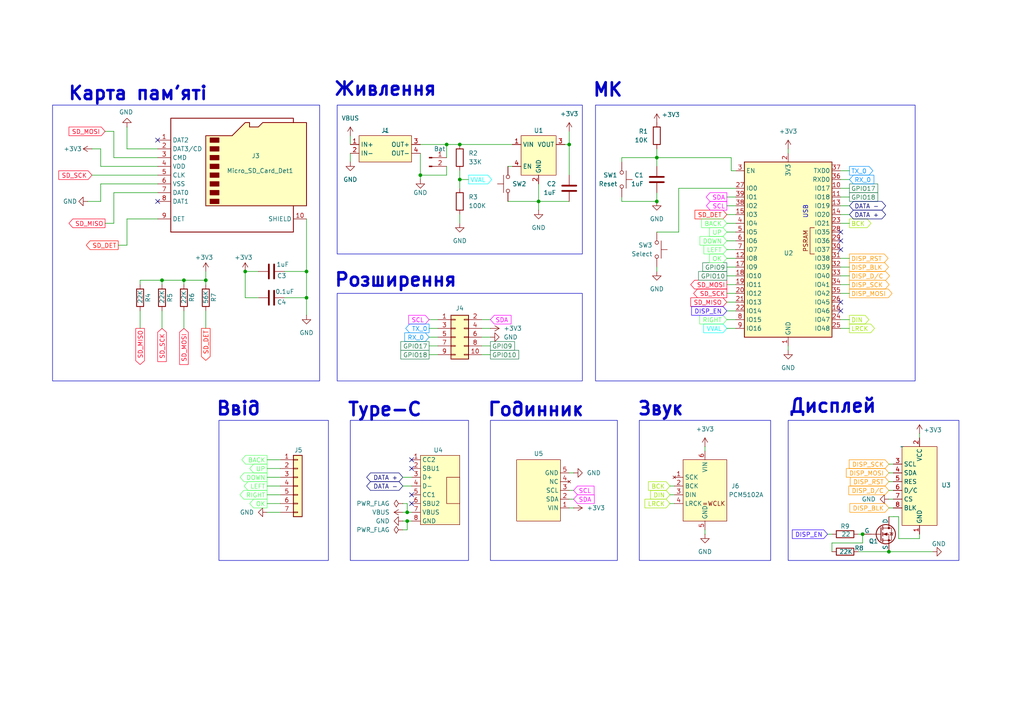
<source format=kicad_sch>
(kicad_sch (version 20231120) (generator "eeschema") (generator_version "8.0")
  (paper "A4")
  (lib_symbols
    (symbol "Connector:Conn_01x02_Pin" (pin_names (offset 1.016) hide)
      (property "Reference" "J" (at 0 2.54 0))
      (property "Value" "Conn_01x02_Pin" (at 0 -5.08 0))
      (symbol "Conn_01x02_Pin_1_1"
        (polyline (pts (xy 1.27 -2.54) (xy 0.8636 -2.54)) (stroke (width 0.1524)))
        (polyline (pts (xy 1.27 0) (xy 0.8636 0)) (stroke (width 0.1524)))
        (rectangle (start 0.8636 -2.413) (end 0 -2.667) (stroke (width 0.1524)) (fill (type outline)))
        (rectangle (start 0.8636 0.127) (end 0 -0.127) (stroke (width 0.1524)) (fill (type outline)))
        (pin passive line (at 5.08 0 180) (length 3.81) (name "Pin_1") (number "1"))
        (pin passive line (at 5.08 -2.54 180) (length 3.81) (name "Pin_2") (number "2"))
      )
    )
    (symbol "Connector:Micro_SD_Card_Det1"
      (property "Reference" "J" (at -16.51 17.78 0))
      (property "Value" "Micro_SD_Card_Det1" (at 16.51 17.78 0))
      (symbol "Micro_SD_Card_Det1_0_1"
        (rectangle (start -7.62 -6.985) (end -5.08 -8.255) (stroke (width 0.254)) (fill (type outline)))
        (rectangle (start -7.62 -4.445) (end -5.08 -5.715) (stroke (width 0.254)) (fill (type outline)))
        (rectangle (start -7.62 -1.905) (end -5.08 -3.175) (stroke (width 0.254)) (fill (type outline)))
        (rectangle (start -7.62 0.635) (end -5.08 -0.635) (stroke (width 0.254)) (fill (type outline)))
        (rectangle (start -7.62 3.175) (end -5.08 1.905) (stroke (width 0.254)) (fill (type outline)))
        (rectangle (start -7.62 5.715) (end -5.08 4.445) (stroke (width 0.254)) (fill (type outline)))
        (rectangle (start -7.62 8.255) (end -5.08 6.985) (stroke (width 0.254)) (fill (type outline)))
        (rectangle (start -7.62 10.795) (end -5.08 9.525) (stroke (width 0.254)) (fill (type outline)))
        (polyline (pts (xy 16.51 15.24) (xy 16.51 16.51) (xy -19.05 16.51) (xy -19.05 -16.51) (xy 16.51 -16.51) (xy 16.51 -8.89)) (stroke (width 0.254)))
        (polyline (pts (xy -8.89 -8.89) (xy -8.89 11.43) (xy -1.27 11.43) (xy 2.54 15.24) (xy 3.81 15.24) (xy 3.81 13.97) (xy 6.35 13.97) (xy 7.62 15.24) (xy 20.32 15.24) (xy 20.32 -8.89) (xy -8.89 -8.89)) (stroke (width 0.254)) (fill (type background)))
      )
      (symbol "Micro_SD_Card_Det1_1_1"
        (pin bidirectional line (at -22.86 10.16 0) (length 3.81) (name "DAT2") (number "1"))
        (pin passive line (at 20.32 -12.7 180) (length 3.81) (name "SHIELD") (number "10"))
        (pin bidirectional line (at -22.86 7.62 0) (length 3.81) (name "DAT3/CD") (number "2"))
        (pin input line (at -22.86 5.08 0) (length 3.81) (name "CMD") (number "3"))
        (pin power_in line (at -22.86 2.54 0) (length 3.81) (name "VDD") (number "4"))
        (pin input line (at -22.86 0 0) (length 3.81) (name "CLK") (number "5"))
        (pin power_in line (at -22.86 -2.54 0) (length 3.81) (name "VSS") (number "6"))
        (pin bidirectional line (at -22.86 -5.08 0) (length 3.81) (name "DAT0") (number "7"))
        (pin bidirectional line (at -22.86 -7.62 0) (length 3.81) (name "DAT1") (number "8"))
        (pin passive line (at -22.86 -12.7 0) (length 3.81) (name "DET") (number "9"))
      )
    )
    (symbol "Connector_Generic:Conn_01x07" (pin_names (offset 1.016) hide)
      (property "Reference" "J" (at 0 10.16 0))
      (property "Value" "Conn_01x07" (at 0 -10.16 0))
      (symbol "Conn_01x07_1_1"
        (rectangle (start -1.27 -7.493) (end 0 -7.747) (stroke (width 0.1524)))
        (rectangle (start -1.27 -4.953) (end 0 -5.207) (stroke (width 0.1524)))
        (rectangle (start -1.27 -2.413) (end 0 -2.667) (stroke (width 0.1524)))
        (rectangle (start -1.27 0.127) (end 0 -0.127) (stroke (width 0.1524)))
        (rectangle (start -1.27 2.667) (end 0 2.413) (stroke (width 0.1524)))
        (rectangle (start -1.27 5.207) (end 0 4.953) (stroke (width 0.1524)))
        (rectangle (start -1.27 7.747) (end 0 7.493) (stroke (width 0.1524)))
        (rectangle (start -1.27 8.89) (end 1.27 -8.89) (stroke (width 0.254)) (fill (type background)))
        (pin passive line (at -5.08 7.62 0) (length 3.81) (name "Pin_1") (number "1"))
        (pin passive line (at -5.08 5.08 0) (length 3.81) (name "Pin_2") (number "2"))
        (pin passive line (at -5.08 2.54 0) (length 3.81) (name "Pin_3") (number "3"))
        (pin passive line (at -5.08 0 0) (length 3.81) (name "Pin_4") (number "4"))
        (pin passive line (at -5.08 -2.54 0) (length 3.81) (name "Pin_5") (number "5"))
        (pin passive line (at -5.08 -5.08 0) (length 3.81) (name "Pin_6") (number "6"))
        (pin passive line (at -5.08 -7.62 0) (length 3.81) (name "Pin_7") (number "7"))
      )
    )
    (symbol "Connector_Generic:Conn_02x05_Odd_Even" (pin_names (offset 1.016) hide)
      (property "Reference" "J" (at 1.27 7.62 0))
      (property "Value" "Conn_02x05_Odd_Even" (at 1.27 -7.62 0))
      (symbol "Conn_02x05_Odd_Even_1_1"
        (rectangle (start -1.27 -4.953) (end 0 -5.207) (stroke (width 0.1524)))
        (rectangle (start -1.27 -2.413) (end 0 -2.667) (stroke (width 0.1524)))
        (rectangle (start -1.27 0.127) (end 0 -0.127) (stroke (width 0.1524)))
        (rectangle (start -1.27 2.667) (end 0 2.413) (stroke (width 0.1524)))
        (rectangle (start -1.27 5.207) (end 0 4.953) (stroke (width 0.1524)))
        (rectangle (start -1.27 6.35) (end 3.81 -6.35) (stroke (width 0.254)) (fill (type background)))
        (rectangle (start 3.81 -4.953) (end 2.54 -5.207) (stroke (width 0.1524)))
        (rectangle (start 3.81 -2.413) (end 2.54 -2.667) (stroke (width 0.1524)))
        (rectangle (start 3.81 0.127) (end 2.54 -0.127) (stroke (width 0.1524)))
        (rectangle (start 3.81 2.667) (end 2.54 2.413) (stroke (width 0.1524)))
        (rectangle (start 3.81 5.207) (end 2.54 4.953) (stroke (width 0.1524)))
        (pin passive line (at -5.08 5.08 0) (length 3.81) (name "Pin_1") (number "1"))
        (pin passive line (at 7.62 -5.08 180) (length 3.81) (name "Pin_10") (number "10"))
        (pin passive line (at 7.62 5.08 180) (length 3.81) (name "Pin_2") (number "2"))
        (pin passive line (at -5.08 2.54 0) (length 3.81) (name "Pin_3") (number "3"))
        (pin passive line (at 7.62 2.54 180) (length 3.81) (name "Pin_4") (number "4"))
        (pin passive line (at -5.08 0 0) (length 3.81) (name "Pin_5") (number "5"))
        (pin passive line (at 7.62 0 180) (length 3.81) (name "Pin_6") (number "6"))
        (pin passive line (at -5.08 -2.54 0) (length 3.81) (name "Pin_7") (number "7"))
        (pin passive line (at 7.62 -2.54 180) (length 3.81) (name "Pin_8") (number "8"))
        (pin passive line (at -5.08 -5.08 0) (length 3.81) (name "Pin_9") (number "9"))
      )
    )
    (symbol "Device:C" (pin_numbers hide) (pin_names (offset 0.254))
      (property "Reference" "C" (at 0.635 2.54 0))
      (property "Value" "C" (at 0.635 -2.54 0))
      (symbol "C_0_1"
        (polyline (pts (xy -2.032 -0.762) (xy 2.032 -0.762)) (stroke (width 0.508)))
        (polyline (pts (xy -2.032 0.762) (xy 2.032 0.762)) (stroke (width 0.508)))
      )
      (symbol "C_1_1"
        (pin passive line (at 0 3.81 270) (length 2.794) (name "~") (number "1"))
        (pin passive line (at 0 -3.81 90) (length 2.794) (name "~") (number "2"))
      )
    )
    (symbol "Device:R" (pin_numbers hide) (pin_names (offset 0))
      (property "Reference" "R" (at 2.032 0 90))
      (property "Value" "R" (at 0 0 90))
      (symbol "R_0_1"
        (rectangle (start -1.016 -2.54) (end 1.016 2.54) (stroke (width 0.254)))
      )
      (symbol "R_1_1"
        (pin passive line (at 0 3.81 270) (length 1.27) (name "~") (number "1"))
        (pin passive line (at 0 -3.81 90) (length 1.27) (name "~") (number "2"))
      )
    )
    (symbol "RF_Module:ESP32-S3-WROOM-1"
      (property "Reference" "U" (at -12.7 26.67 0))
      (property "Value" "ESP32-S3-WROOM-1" (at 12.7 26.67 0))
      (symbol "ESP32-S3-WROOM-1_0_0"
        (rectangle (start -12.7 25.4) (end 12.7 -25.4) (stroke (width 0.254)) (fill (type background)))
        (text "PSRAM" (at 5.08 2.54 900) (effects (font (size 1.27 1.27))))
      )
      (symbol "ESP32-S3-WROOM-1_0_1"
        (polyline (pts (xy 7.62 -1.27) (xy 6.35 -1.27) (xy 6.35 6.35) (xy 7.62 6.35)))
      )
      (symbol "ESP32-S3-WROOM-1_1_1"
        (pin power_in line (at 0 -27.94 90) (length 2.54) (name "GND") (number "1"))
        (pin bidirectional line (at 15.24 17.78 180) (length 2.54) (name "IO17") (number "10"))
        (pin bidirectional line (at 15.24 15.24 180) (length 2.54) (name "IO18") (number "11"))
        (pin bidirectional line (at -15.24 -2.54 0) (length 2.54) (name "IO8") (number "12"))
        (pin bidirectional line (at 15.24 12.7 180) (length 2.54) (name "IO19") (number "13"))
        (pin bidirectional line (at 15.24 10.16 180) (length 2.54) (name "IO20") (number "14"))
        (pin bidirectional line (at -15.24 10.16 0) (length 2.54) (name "IO3") (number "15"))
        (pin bidirectional line (at 15.24 -17.78 180) (length 2.54) (name "IO46") (number "16"))
        (pin bidirectional line (at -15.24 -5.08 0) (length 2.54) (name "IO9") (number "17"))
        (pin bidirectional line (at -15.24 -7.62 0) (length 2.54) (name "IO10") (number "18"))
        (pin bidirectional line (at -15.24 -10.16 0) (length 2.54) (name "IO11") (number "19"))
        (pin power_in line (at 0 27.94 270) (length 2.54) (name "3V3") (number "2"))
        (pin bidirectional line (at -15.24 -12.7 0) (length 2.54) (name "IO12") (number "20"))
        (pin bidirectional line (at -15.24 -15.24 0) (length 2.54) (name "IO13") (number "21"))
        (pin bidirectional line (at -15.24 -17.78 0) (length 2.54) (name "IO14") (number "22"))
        (pin bidirectional line (at 15.24 7.62 180) (length 2.54) (name "IO21") (number "23"))
        (pin bidirectional line (at 15.24 -20.32 180) (length 2.54) (name "IO47") (number "24"))
        (pin bidirectional line (at 15.24 -22.86 180) (length 2.54) (name "IO48") (number "25"))
        (pin bidirectional line (at 15.24 -15.24 180) (length 2.54) (name "IO45") (number "26"))
        (pin bidirectional line (at -15.24 17.78 0) (length 2.54) (name "IO0") (number "27"))
        (pin bidirectional line (at 15.24 5.08 180) (length 2.54) (name "IO35") (number "28"))
        (pin bidirectional line (at 15.24 2.54 180) (length 2.54) (name "IO36") (number "29"))
        (pin input line (at -15.24 22.86 0) (length 2.54) (name "EN") (number "3"))
        (pin bidirectional line (at 15.24 0 180) (length 2.54) (name "IO37") (number "30"))
        (pin bidirectional line (at 15.24 -2.54 180) (length 2.54) (name "IO38") (number "31"))
        (pin bidirectional line (at 15.24 -5.08 180) (length 2.54) (name "IO39") (number "32"))
        (pin bidirectional line (at 15.24 -7.62 180) (length 2.54) (name "IO40") (number "33"))
        (pin bidirectional line (at 15.24 -10.16 180) (length 2.54) (name "IO41") (number "34"))
        (pin bidirectional line (at 15.24 -12.7 180) (length 2.54) (name "IO42") (number "35"))
        (pin bidirectional line (at 15.24 20.32 180) (length 2.54) (name "RXD0") (number "36"))
        (pin bidirectional line (at 15.24 22.86 180) (length 2.54) (name "TXD0") (number "37"))
        (pin bidirectional line (at -15.24 12.7 0) (length 2.54) (name "IO2") (number "38"))
        (pin bidirectional line (at -15.24 15.24 0) (length 2.54) (name "IO1") (number "39"))
        (pin bidirectional line (at -15.24 7.62 0) (length 2.54) (name "IO4") (number "4"))
        (pin passive line (at 0 -27.94 90) (length 2.54) hide (name "GND") (number "40"))
        (pin passive line (at 0 -27.94 90) (length 2.54) hide (name "GND") (number "41"))
        (pin bidirectional line (at -15.24 5.08 0) (length 2.54) (name "IO5") (number "5"))
        (pin bidirectional line (at -15.24 2.54 0) (length 2.54) (name "IO6") (number "6"))
        (pin bidirectional line (at -15.24 0 0) (length 2.54) (name "IO7") (number "7"))
        (pin bidirectional line (at -15.24 -20.32 0) (length 2.54) (name "IO15") (number "8"))
        (pin bidirectional line (at -15.24 -22.86 0) (length 2.54) (name "IO16") (number "9"))
      )
    )
    (symbol "RTC_module:DS3231SN_module"
      (property "Reference" "U" (at 0 0 0))
      (property "Value" "DS3231SN_module" (at 0 0 0))
      (symbol "DS3231SN_module_1_1"
        (rectangle (start -8.89 6.35) (end 8.89 -6.35) (fill (type background)))
        (pin power_in line (at -5.08 -8.89 90) (length 2.54) (name "VIN") (number "1"))
        (pin output line (at -2.54 -8.89 90) (length 2.54) (name "SDA") (number "2"))
        (pin output line (at 0 -8.89 90) (length 2.54) (name "SCL") (number "3"))
        (pin no_connect line (at 2.54 -8.89 90) (length 2.54) (name "NC") (number "4"))
        (pin power_in line (at 5.08 -8.89 90) (length 2.54) (name "GND") (number "5"))
      )
    )
    (symbol "Simulation_SPICE:NMOS" (pin_numbers hide) (pin_names (offset 0))
      (property "Reference" "Q1" (at -3.048 3.302 0))
      (symbol "NMOS_0_1"
        (polyline (pts (xy 0.254 0) (xy -2.54 0)))
        (polyline (pts (xy 0.254 1.905) (xy 0.254 -1.905)) (stroke (width 0.254)))
        (polyline (pts (xy 0.762 -1.27) (xy 0.762 -2.286)) (stroke (width 0.254)))
        (polyline (pts (xy 0.762 0.508) (xy 0.762 -0.508)) (stroke (width 0.254)))
        (polyline (pts (xy 0.762 2.286) (xy 0.762 1.27)) (stroke (width 0.254)))
        (polyline (pts (xy 2.54 2.54) (xy 2.54 1.778)))
        (polyline (pts (xy 2.54 -2.54) (xy 2.54 0) (xy 0.762 0)))
        (polyline (pts (xy 0.762 -1.778) (xy 3.302 -1.778) (xy 3.302 1.778) (xy 0.762 1.778)))
        (polyline (pts (xy 1.016 0) (xy 2.032 0.381) (xy 2.032 -0.381) (xy 1.016 0)) (fill (type outline)))
        (polyline (pts (xy 2.794 0.508) (xy 2.921 0.381) (xy 3.683 0.381) (xy 3.81 0.254)))
        (polyline (pts (xy 3.302 0.381) (xy 2.921 -0.254) (xy 3.683 -0.254) (xy 3.302 0.381)))
        (circle (center 1.651 0) (radius 2.794) (stroke (width 0.254)))
        (circle (center 2.54 -1.778) (radius 0.254) (fill (type outline)))
        (circle (center 2.54 1.778) (radius 0.254) (fill (type outline)))
      )
      (symbol "NMOS_1_1"
        (pin input line (at -5.08 0 0) (length 2.54) (name "G") (number "1"))
        (pin passive line (at 2.54 -5.08 90) (length 2.54) (name "S") (number "2"))
        (pin passive line (at 2.54 5.08 270) (length 2.54) (name "D") (number "3"))
      )
    )
    (symbol "Switch:SW_Push" (pin_numbers hide) (pin_names (offset 1.016) hide)
      (property "Reference" "SW" (at 1.27 2.54 0))
      (property "Value" "SW_Push" (at 0 -1.524 0))
      (symbol "SW_Push_0_1"
        (circle (center -2.032 0) (radius 0.508))
        (polyline (pts (xy 0 1.27) (xy 0 3.048)))
        (polyline (pts (xy 2.54 1.27) (xy -2.54 1.27)))
        (circle (center 2.032 0) (radius 0.508))
        (pin passive line (at -5.08 0 0) (length 2.54) (name "1") (number "1"))
        (pin passive line (at 5.08 0 180) (length 2.54) (name "2") (number "2"))
      )
    )
    (symbol "connector:Charge_Controller_TP4056"
      (property "Reference" "J" (at 13.97 1.27 0))
      (symbol "Charge_Controller_TP4056_1_1"
        (rectangle (start 0 0) (end 15.24 -7.62) (fill (type background)))
        (pin power_in line (at -2.54 -2.54 0) (length 2.54) (name "IN+") (number "1"))
        (pin power_in line (at -2.54 -5.08 0) (length 2.54) (name "IN-") (number "2"))
        (pin power_out line (at 17.78 -2.54 180) (length 2.54) (name "OUT+") (number "3"))
        (pin passive line (at 17.78 -5.08 180) (length 2.54) (name "OUT-") (number "4"))
      )
    )
    (symbol "connector:Connector_Type-C"
      (property "Reference" "U" (at 0 8.382 0))
      (property "Value" "USB TYPE-C to PCB" (at 0 2.286 0))
      (symbol "Connector_Type-C_0_1"
        (rectangle (start -3.81 6.35) (end 3.81 2.54))
      )
      (symbol "Connector_Type-C_1_1"
        (rectangle (start -10.16 6.35) (end 9.9503 -5.0388) (fill (type background)))
        (pin bidirectional line (at -8.89 -7.62 90) (length 2.54) (name "CC2") (number "1"))
        (pin bidirectional line (at -6.35 -7.62 90) (length 2.54) (name "SBU1") (number "2"))
        (pin bidirectional line (at -3.81 -7.62 90) (length 2.54) (name "D+") (number "3"))
        (pin bidirectional line (at -1.27 -7.62 90) (length 2.54) (name "D-") (number "4"))
        (pin bidirectional line (at 1.27 -7.62 90) (length 2.54) (name "CC1") (number "5"))
        (pin bidirectional line (at 3.81 -7.62 90) (length 2.54) (name "SBU2") (number "6"))
        (pin power_in line (at 6.35 -7.62 90) (length 2.54) (name "VBUS") (number "7"))
        (pin power_in line (at 8.89 -7.62 90) (length 2.54) (name "GND") (number "8"))
      )
    )
    (symbol "connector:PCM5102A-I2S-Module"
      (property "Reference" "J" (at 5.08 10.16 0))
      (symbol "PCM5102A-I2S-Module_1_1"
        (rectangle (start -6.35 8.89) (end 6.35 -8.89) (fill (type background)))
        (text "=WCLK" (at 2.54 -3.81 0) (effects (font (size 1.27 1.27))))
        (pin no_connect line (at -8.89 3.81 0) (length 2.54) (name "SCK") (number "1"))
        (pin input line (at -8.89 1.27 0) (length 2.54) (name "BCK") (number "2"))
        (pin input line (at -8.89 -1.27 0) (length 2.54) (name "DIN") (number "3"))
        (pin input line (at -8.89 -3.81 0) (length 2.54) (name "LRCK") (number "4"))
        (pin power_in line (at 0 -11.43 90) (length 2.54) (name "GND") (number "5"))
        (pin power_in line (at 0 11.43 270) (length 2.54) (name "VIN") (number "6"))
      )
    )
    (symbol "display:TFT_240x280"
      (property "Reference" "U" (at 1.27 12.7 0))
      (symbol "TFT_240x280_1_1"
        (rectangle (start -5.08 11.43) (end 5.08 -11.43) (fill (type background)))
        (pin power_in line (at 0 -13.97 90) (length 2.54) (name "GND") (number "1"))
        (pin power_in line (at 0 13.97 270) (length 2.54) (name "VCC") (number "2"))
        (pin input line (at -7.62 6.35 0) (length 2.54) (name "SCL") (number "3"))
        (pin input line (at -7.62 3.81 0) (length 2.54) (name "SDA") (number "4"))
        (pin input line (at -7.62 1.27 0) (length 2.54) (name "RES") (number "5"))
        (pin input line (at -7.62 -1.27 0) (length 2.54) (name "D/C") (number "6"))
        (pin input line (at -7.62 -3.81 0) (length 2.54) (name "CS") (number "7"))
        (pin input line (at -7.62 -6.35 0) (length 2.54) (name "BLK") (number "8"))
      )
    )
    (symbol "power:+3V3" (power) (pin_numbers hide) (pin_names (offset 0) hide)
      (property "Value" "+3V3" (at 0 3.556 0))
      (symbol "+3V3_0_1"
        (polyline (pts (xy -0.762 1.27) (xy 0 2.54)))
        (polyline (pts (xy 0 0) (xy 0 2.54)))
        (polyline (pts (xy 0 2.54) (xy 0.762 1.27)))
      )
      (symbol "+3V3_1_1"
        (pin power_in line (at 0 0 90) (length 0) (name "~") (number "1"))
      )
    )
    (symbol "power:GND" (power) (pin_numbers hide) (pin_names (offset 0) hide)
      (property "Value" "GND" (at 0 -3.81 0))
      (symbol "GND_0_1"
        (polyline (pts (xy 0 0) (xy 0 -1.27) (xy 1.27 -1.27) (xy 0 -2.54) (xy -1.27 -1.27) (xy 0 -1.27)))
      )
      (symbol "GND_1_1"
        (pin power_in line (at 0 0 270) (length 0) (name "~") (number "1"))
      )
    )
    (symbol "power:PWR_FLAG" (power) (pin_numbers hide) (pin_names (offset 0) hide)
      (property "Value" "PWR_FLAG" (at 0 3.81 0))
      (symbol "PWR_FLAG_0_0"
        (pin power_out line (at 0 0 90) (length 0) (name "~") (number "1"))
      )
      (symbol "PWR_FLAG_0_1"
        (polyline (pts (xy 0 0) (xy 0 1.27) (xy -1.016 1.905) (xy 0 2.54) (xy 1.016 1.905) (xy 0 1.27)))
      )
    )
    (symbol "power:VBUS" (power) (pin_numbers hide) (pin_names (offset 0) hide)
      (property "Value" "VBUS" (at 0 3.556 0))
      (symbol "VBUS_0_1"
        (polyline (pts (xy -0.762 1.27) (xy 0 2.54)))
        (polyline (pts (xy 0 0) (xy 0 2.54)))
        (polyline (pts (xy 0 2.54) (xy 0.762 1.27)))
      )
      (symbol "VBUS_1_1"
        (pin power_in line (at 0 0 90) (length 0) (name "~") (number "1"))
      )
    )
    (symbol "power_module:XL63070_module"
      (property "Reference" "U" (at 0 0 0))
      (property "Value" "xl63070_back/boost_module" (at -0.254 6.604 0))
      (symbol "XL63070_module_1_1"
        (rectangle (start -5.08 5.08) (end 5.08 -6.35) (fill (type background)))
        (pin power_in line (at -7.62 2.54 0) (length 2.54) (name "VIN") (number "1"))
        (pin passive line (at 0 -8.89 90) (length 2.54) (name "GND") (number "2"))
        (pin power_out line (at 7.62 2.54 180) (length 2.54) (name "VOUT") (number "3"))
        (pin input line (at -7.62 -3.81 0) (length 2.54) (name "EN") (number "4"))
      )
    )
  )
  (junction (at 88.9 86.36))
  (junction (at 46.99 81.28))
  (junction (at 59.69 81.28))
  (junction (at 118.11 148.59))
  (junction (at 190.5 58.42))
  (junction (at 88.9 78.74))
  (junction (at 118.11 151.13))
  (junction (at 71.12 78.74))
  (junction (at 129.54 41.91))
  (junction (at 53.34 81.28))
  (junction (at 165.1 41.91))
  (junction (at 121.92 50.8))
  (junction (at 133.35 41.91))
  (junction (at 133.35 52.07))
  (junction (at 250.19 154.94))
  (junction (at 156.21 58.42))
  (junction (at 190.5 45.72))
  (junction (at 257.81 160.02))
  (no_connect (at 119.38 146.05))
  (no_connect (at 45.72 58.42))
  (no_connect (at 119.38 143.51))
  (no_connect (at 45.72 40.64))
  (no_connect (at 243.84 87.63))
  (no_connect (at 119.38 135.89))
  (no_connect (at 243.84 69.85))
  (no_connect (at 243.84 67.31))
  (no_connect (at 243.84 72.39))
  (no_connect (at 243.84 90.17))
  (no_connect (at 119.38 133.35))
  (wire (pts (xy 135.89 52.07) (xy 133.35 52.07)))
  (wire (pts (xy 165.1 142.24) (xy 166.37 142.24)))
  (wire (pts (xy 210.82 59.69) (xy 213.36 59.69)))
  (wire (pts (xy 133.35 49.53) (xy 133.35 52.07)))
  (wire (pts (xy 40.64 95.25) (xy 40.64 90.17)))
  (wire (pts (xy 124.46 95.25) (xy 127 95.25)))
  (wire (pts (xy 156.21 58.42) (xy 165.1 58.42)))
  (wire (pts (xy 212.09 45.72) (xy 212.09 49.53)))
  (wire (pts (xy 33.02 64.77) (xy 33.02 55.88)))
  (wire (pts (xy 190.5 45.72) (xy 212.09 45.72)))
  (wire (pts (xy 121.92 44.45) (xy 121.92 50.8)))
  (wire (pts (xy 29.21 43.18) (xy 29.21 48.26)))
  (wire (pts (xy 210.82 67.31) (xy 213.36 67.31)))
  (wire (pts (xy 77.47 135.89) (xy 81.28 135.89)))
  (wire (pts (xy 36.83 43.18) (xy 36.83 36.83)))
  (wire (pts (xy 259.1806 149.8547) (xy 259.1806 149.86)))
  (wire (pts (xy 139.7 100.33) (xy 142.24 100.33)))
  (wire (pts (xy 259.08 137.16) (xy 257.81 137.16)))
  (wire (pts (xy 129.54 48.26) (xy 129.54 50.8)))
  (wire (pts (xy 243.84 64.77) (xy 246.38 64.77)))
  (wire (pts (xy 59.69 81.28) (xy 53.34 81.28)))
  (wire (pts (xy 133.35 41.91) (xy 148.59 41.91)))
  (wire (pts (xy 210.82 57.15) (xy 213.36 57.15)))
  (wire (pts (xy 194.31 143.51) (xy 195.58 143.51)))
  (wire (pts (xy 116.84 148.59) (xy 118.11 148.59)))
  (wire (pts (xy 210.82 72.39) (xy 213.36 72.39)))
  (wire (pts (xy 210.82 92.71) (xy 213.36 92.71)))
  (wire (pts (xy 29.21 58.42) (xy 29.21 53.34)))
  (wire (pts (xy 210.82 95.25) (xy 213.36 95.25)))
  (wire (pts (xy 101.6 39.37) (xy 101.6 41.91)))
  (wire (pts (xy 210.82 87.63) (xy 213.36 87.63)))
  (wire (pts (xy 82.55 86.36) (xy 88.9 86.36)))
  (wire (pts (xy 210.82 85.09) (xy 213.36 85.09)))
  (wire (pts (xy 33.02 55.88) (xy 45.72 55.88)))
  (wire (pts (xy 243.84 57.15) (xy 246.38 57.15)))
  (wire (pts (xy 77.47 140.97) (xy 81.28 140.97)))
  (wire (pts (xy 165.1 38.1) (xy 165.1 41.91)))
  (wire (pts (xy 88.9 91.44) (xy 88.9 86.36)))
  (wire (pts (xy 190.5 58.42) (xy 190.5 55.88)))
  (wire (pts (xy 116.84 140.97) (xy 119.38 140.97)))
  (wire (pts (xy 53.34 90.17) (xy 53.34 95.25)))
  (wire (pts (xy 101.6 44.45) (xy 101.6 46.99)))
  (wire (pts (xy 46.99 81.28) (xy 46.99 82.55)))
  (wire (pts (xy 204.47 153.67) (xy 204.47 154.94)))
  (wire (pts (xy 240.03 154.94) (xy 241.3 154.94)))
  (wire (pts (xy 266.7 125.73) (xy 266.7 127)))
  (wire (pts (xy 116.84 151.13) (xy 118.11 151.13)))
  (wire (pts (xy 33.02 45.72) (xy 45.72 45.72)))
  (wire (pts (xy 196.85 54.61) (xy 213.36 54.61)))
  (wire (pts (xy 266.7 156.2047) (xy 266.7 154.94)))
  (wire (pts (xy 133.35 52.07) (xy 133.35 54.61)))
  (wire (pts (xy 257.81 147.32) (xy 259.08 147.32)))
  (wire (pts (xy 71.12 78.74) (xy 74.93 78.74)))
  (wire (pts (xy 241.3 160.02) (xy 241.3 157.48)))
  (wire (pts (xy 248.92 160.02) (xy 257.81 160.02)))
  (wire (pts (xy 243.84 52.07) (xy 246.38 52.07)))
  (wire (pts (xy 116.84 146.05) (xy 118.11 146.05)))
  (wire (pts (xy 118.11 146.05) (xy 118.11 148.59)))
  (wire (pts (xy 194.31 140.97) (xy 195.58 140.97)))
  (wire (pts (xy 118.11 148.59) (xy 119.38 148.59)))
  (wire (pts (xy 259.08 142.24) (xy 257.81 142.24)))
  (wire (pts (xy 33.02 38.1) (xy 33.02 45.72)))
  (wire (pts (xy 124.46 97.79) (xy 127 97.79)))
  (wire (pts (xy 180.34 58.42) (xy 190.5 58.42)))
  (wire (pts (xy 259.1806 149.8547) (xy 260.6413 149.8547)))
  (wire (pts (xy 74.93 86.36) (xy 71.12 86.36)))
  (wire (pts (xy 147.32 48.26) (xy 148.59 48.26)))
  (wire (pts (xy 53.34 81.28) (xy 46.99 81.28)))
  (wire (pts (xy 36.83 43.18) (xy 45.72 43.18)))
  (wire (pts (xy 88.9 63.5) (xy 88.9 78.74)))
  (wire (pts (xy 26.67 50.8) (xy 45.72 50.8)))
  (wire (pts (xy 180.34 57.15) (xy 180.34 58.42)))
  (wire (pts (xy 241.3 157.48) (xy 250.19 157.48)))
  (wire (pts (xy 243.84 80.01) (xy 246.38 80.01)))
  (wire (pts (xy 210.82 74.93) (xy 213.36 74.93)))
  (wire (pts (xy 165.1 41.91) (xy 165.1 50.8)))
  (wire (pts (xy 204.47 129.54) (xy 204.47 130.81)))
  (wire (pts (xy 259.1806 149.86) (xy 257.81 149.86)))
  (wire (pts (xy 29.21 43.18) (xy 26.67 43.18)))
  (wire (pts (xy 59.69 78.74) (xy 59.69 81.28)))
  (wire (pts (xy 210.82 80.01) (xy 213.36 80.01)))
  (wire (pts (xy 77.47 133.35) (xy 81.28 133.35)))
  (wire (pts (xy 34.29 71.12) (xy 36.83 71.12)))
  (wire (pts (xy 248.92 154.94) (xy 250.19 154.94)))
  (wire (pts (xy 243.84 95.25) (xy 246.38 95.25)))
  (wire (pts (xy 260.6413 149.8547) (xy 260.6413 156.2047)))
  (wire (pts (xy 71.12 86.36) (xy 71.12 78.74)))
  (wire (pts (xy 156.21 53.34) (xy 156.21 58.42)))
  (wire (pts (xy 124.46 102.87) (xy 127 102.87)))
  (wire (pts (xy 243.84 92.71) (xy 246.38 92.71)))
  (wire (pts (xy 139.7 92.71) (xy 142.24 92.71)))
  (wire (pts (xy 77.47 143.51) (xy 81.28 143.51)))
  (wire (pts (xy 36.83 63.5) (xy 45.72 63.5)))
  (wire (pts (xy 25.4 58.42) (xy 29.21 58.42)))
  (wire (pts (xy 243.84 59.69) (xy 246.38 59.69)))
  (wire (pts (xy 243.84 77.47) (xy 246.38 77.47)))
  (wire (pts (xy 116.84 138.43) (xy 119.38 138.43)))
  (wire (pts (xy 36.83 71.12) (xy 36.83 63.5)))
  (wire (pts (xy 243.84 74.93) (xy 246.38 74.93)))
  (wire (pts (xy 147.32 58.42) (xy 156.21 58.42)))
  (wire (pts (xy 59.69 90.17) (xy 59.69 95.25)))
  (wire (pts (xy 257.81 134.62) (xy 259.08 134.62)))
  (wire (pts (xy 129.54 41.91) (xy 133.35 41.91)))
  (wire (pts (xy 40.64 81.28) (xy 46.99 81.28)))
  (wire (pts (xy 190.5 67.31) (xy 196.85 67.31)))
  (wire (pts (xy 190.5 43.18) (xy 190.5 45.72)))
  (wire (pts (xy 139.7 97.79) (xy 142.24 97.79)))
  (wire (pts (xy 165.1 144.78) (xy 166.37 144.78)))
  (wire (pts (xy 257.81 139.7) (xy 259.08 139.7)))
  (wire (pts (xy 257.81 160.02) (xy 270.51 160.02)))
  (wire (pts (xy 124.46 100.33) (xy 127 100.33)))
  (wire (pts (xy 129.54 50.8) (xy 121.92 50.8)))
  (wire (pts (xy 156.21 58.42) (xy 156.21 60.96)))
  (wire (pts (xy 243.84 85.09) (xy 246.38 85.09)))
  (wire (pts (xy 82.55 78.74) (xy 88.9 78.74)))
  (wire (pts (xy 124.46 92.71) (xy 127 92.71)))
  (wire (pts (xy 46.99 90.17) (xy 46.99 95.25)))
  (wire (pts (xy 77.47 138.43) (xy 81.28 138.43)))
  (wire (pts (xy 133.35 62.23) (xy 133.35 64.77)))
  (wire (pts (xy 121.92 50.8) (xy 121.92 52.07)))
  (wire (pts (xy 165.1 137.16) (xy 166.37 137.16)))
  (wire (pts (xy 243.84 49.53) (xy 246.38 49.53)))
  (wire (pts (xy 260.6413 156.2047) (xy 266.7 156.2047)))
  (wire (pts (xy 29.21 53.34) (xy 45.72 53.34)))
  (wire (pts (xy 196.85 54.61) (xy 196.85 67.31)))
  (wire (pts (xy 30.48 38.1) (xy 33.02 38.1)))
  (wire (pts (xy 139.7 95.25) (xy 142.24 95.25)))
  (wire (pts (xy 139.7 102.87) (xy 142.24 102.87)))
  (wire (pts (xy 116.84 153.67) (xy 118.11 153.67)))
  (wire (pts (xy 210.82 64.77) (xy 213.36 64.77)))
  (wire (pts (xy 210.82 82.55) (xy 213.36 82.55)))
  (wire (pts (xy 190.5 45.72) (xy 190.5 48.26)))
  (wire (pts (xy 180.34 45.72) (xy 190.5 45.72)))
  (wire (pts (xy 194.31 146.05) (xy 195.58 146.05)))
  (wire (pts (xy 243.84 62.23) (xy 246.38 62.23)))
  (wire (pts (xy 88.9 86.36) (xy 88.9 78.74)))
  (wire (pts (xy 118.11 153.67) (xy 118.11 151.13)))
  (wire (pts (xy 180.34 46.99) (xy 180.34 45.72)))
  (wire (pts (xy 250.19 157.48) (xy 250.19 154.94)))
  (wire (pts (xy 213.36 49.53) (xy 212.09 49.53)))
  (wire (pts (xy 257.81 144.78) (xy 259.08 144.78)))
  (wire (pts (xy 53.34 81.28) (xy 53.34 82.55)))
  (wire (pts (xy 228.6 43.18) (xy 228.6 44.45)))
  (wire (pts (xy 77.47 148.59) (xy 81.28 148.59)))
  (wire (pts (xy 59.69 82.55) (xy 59.69 81.28)))
  (wire (pts (xy 121.92 41.91) (xy 129.54 41.91)))
  (wire (pts (xy 210.82 90.17) (xy 213.36 90.17)))
  (wire (pts (xy 243.84 54.61) (xy 246.38 54.61)))
  (wire (pts (xy 243.84 82.55) (xy 246.38 82.55)))
  (wire (pts (xy 210.82 62.23) (xy 213.36 62.23)))
  (wire (pts (xy 118.11 151.13) (xy 119.38 151.13)))
  (wire (pts (xy 228.6 100.33) (xy 228.6 101.6)))
  (wire (pts (xy 30.48 64.77) (xy 33.02 64.77)))
  (wire (pts (xy 29.21 48.26) (xy 45.72 48.26)))
  (wire (pts (xy 40.64 82.55) (xy 40.64 81.28)))
  (wire (pts (xy 77.47 146.05) (xy 81.28 146.05)))
  (wire (pts (xy 190.5 77.47) (xy 190.5 78.74)))
  (wire (pts (xy 165.1 147.32) (xy 166.37 147.32)))
  (wire (pts (xy 210.82 77.47) (xy 213.36 77.47)))
  (wire (pts (xy 210.82 69.85) (xy 213.36 69.85)))
  (wire (pts (xy 165.1 41.91) (xy 163.83 41.91)))
  (wire (pts (xy 129.54 41.91) (xy 129.54 45.72)))
  (rectangle (start 15.24 30.48) (end 92.71 110.49))
  (rectangle (start 228.6 121.92) (end 278.13 162.56))
  (rectangle (start 97.79 85.09) (end 168.91 110.49))
  (rectangle (start 172.72 30.48) (end 265.43 110.49))
  (rectangle (start 142.24 121.92) (end 179.07 162.56))
  (rectangle (start 101.6 121.92) (end 135.89 162.56))
  (rectangle (start 63.5 121.92) (end 95.25 162.56))
  (rectangle (start 185.42 121.92) (end 223.52 162.56))
  (rectangle (start 97.79 30.48) (end 168.91 73.66))
  (text "Карта пам'яті" (at 19.558 29.464 0) (effects (font (size 3.81 3.81) (thickness 0.762) (bold yes)) (justify left bottom)))
  (text "Годинник" (at 141.224 121.158 0) (effects (font (size 3.81 3.81) (thickness 0.762) (bold yes)) (justify left bottom)))
  (text "USB" (at 233.68 61.468 90) (effects (font (size 1.27 1.27))))
  (text "Дисплей" (at 228.6 120.142 0) (effects (font (size 3.81 3.81) (thickness 0.762) (bold yes)) (justify left bottom)))
  (text "Звук" (at 184.658 120.904 0) (effects (font (size 3.81 3.81) (thickness 0.762) (bold yes)) (justify left bottom)))
  (text "Розширення" (at 96.774 83.566 0) (effects (font (size 3.81 3.81) (thickness 0.762) (bold yes)) (justify left bottom)))
  (text "Ввід" (at 62.484 120.904 0) (effects (font (size 3.81 3.81) (thickness 0.762) (bold yes)) (justify left bottom)))
  (text "Type-C" (at 100.584 121.158 0) (effects (font (size 3.81 3.81) (thickness 0.762) (bold yes)) (justify left bottom)))
  (text "МК" (at 171.704 28.448 0) (effects (font (size 3.81 3.81) (thickness 0.762) (bold yes)) (justify left bottom)))
  (text "Живлення" (at 96.52 28.194 0) (effects (font (size 3.81 3.81) (thickness 0.762) (bold yes)) (justify left bottom)))
  (global_label "DISP_EN" (shape input) (at 240.03 154.94 180) (property "Intersheetrefs" "${INTERSHEET_REFS}" (effects (hide yes))))
  (global_label "SD_SCK" (shape output) (at 210.82 85.09 180) (property "Intersheetrefs" "${INTERSHEET_REFS}" (effects (hide yes))))
  (global_label "SDA" (shape input) (at 142.24 92.71 0) (property "Intersheetrefs" "${INTERSHEET_REFS}" (effects (hide yes))))
  (global_label "RIGHT" (shape output) (at 77.47 143.51 180) (property "Intersheetrefs" "${INTERSHEET_REFS}" (effects (hide yes))))
  (global_label "VVAL" (shape output) (at 135.89 52.07 0) (property "Intersheetrefs" "${INTERSHEET_REFS}" (effects (hide yes))))
  (global_label "DISP_SCK" (shape input) (at 257.81 134.62 180) (property "Intersheetrefs" "${INTERSHEET_REFS}" (effects (hide yes))))
  (global_label "DISP_SCK" (shape output) (at 246.38 82.55 0) (property "Intersheetrefs" "${INTERSHEET_REFS}" (effects (hide yes))))
  (global_label "TX_0" (shape output) (at 124.46 95.25 180) (property "Intersheetrefs" "${INTERSHEET_REFS}" (effects (hide yes))))
  (global_label "GPIO10" (shape passive) (at 142.24 102.87 0) (property "Intersheetrefs" "${INTERSHEET_REFS}" (effects (hide yes))))
  (global_label "UP" (shape output) (at 77.47 135.89 180) (property "Intersheetrefs" "${INTERSHEET_REFS}" (effects (hide yes))))
  (global_label "GPIO17" (shape passive) (at 246.38 54.61 0) (property "Intersheetrefs" "${INTERSHEET_REFS}" (effects (hide yes))))
  (global_label "GPIO10" (shape passive) (at 210.82 80.01 180) (property "Intersheetrefs" "${INTERSHEET_REFS}" (effects (hide yes))))
  (global_label "DATA +" (shape bidirectional) (at 116.84 138.43 180) (property "Intersheetrefs" "${INTERSHEET_REFS}" (effects (hide yes))))
  (global_label "BACK" (shape output) (at 77.47 133.35 180) (property "Intersheetrefs" "${INTERSHEET_REFS}" (effects (hide yes))))
  (global_label "DISP_RST" (shape output) (at 246.38 74.93 0) (property "Intersheetrefs" "${INTERSHEET_REFS}" (effects (hide yes))))
  (global_label "DISP_RST" (shape input) (at 257.81 139.7 180) (property "Intersheetrefs" "${INTERSHEET_REFS}" (effects (hide yes))))
  (global_label "SDA" (shape input) (at 166.37 144.78 0) (property "Intersheetrefs" "${INTERSHEET_REFS}" (effects (hide yes))))
  (global_label "LEFT" (shape output) (at 77.47 140.97 180) (property "Intersheetrefs" "${INTERSHEET_REFS}" (effects (hide yes))))
  (global_label "SD_DET" (shape output) (at 34.29 71.12 180) (property "Intersheetrefs" "${INTERSHEET_REFS}" (effects (hide yes))))
  (global_label "BCK" (shape output) (at 246.38 64.77 0) (property "Intersheetrefs" "${INTERSHEET_REFS}" (effects (hide yes))))
  (global_label "LRCK" (shape input) (at 194.31 146.05 180) (property "Intersheetrefs" "${INTERSHEET_REFS}" (effects (hide yes))))
  (global_label "TX_0" (shape output) (at 246.38 49.53 0) (property "Intersheetrefs" "${INTERSHEET_REFS}" (effects (hide yes))))
  (global_label "RIGHT" (shape input) (at 210.82 92.71 180) (property "Intersheetrefs" "${INTERSHEET_REFS}" (effects (hide yes))))
  (global_label "SD_MISO" (shape output) (at 30.48 64.77 180) (property "Intersheetrefs" "${INTERSHEET_REFS}" (effects (hide yes))))
  (global_label "UP" (shape input) (at 210.82 67.31 180) (property "Intersheetrefs" "${INTERSHEET_REFS}" (effects (hide yes))))
  (global_label "SCL" (shape output) (at 210.82 59.69 180) (property "Intersheetrefs" "${INTERSHEET_REFS}" (effects (hide yes))))
  (global_label "BCK" (shape input) (at 194.31 140.97 180) (property "Intersheetrefs" "${INTERSHEET_REFS}" (effects (hide yes))))
  (global_label "RX_0" (shape input) (at 246.38 52.07 0) (property "Intersheetrefs" "${INTERSHEET_REFS}" (effects (hide yes))))
  (global_label "SD_MOSI" (shape input) (at 53.34 95.25 270) (property "Intersheetrefs" "${INTERSHEET_REFS}" (effects (hide yes))))
  (global_label "SD_MOSI" (shape input) (at 30.48 38.1 180) (property "Intersheetrefs" "${INTERSHEET_REFS}" (effects (hide yes))))
  (global_label "SD_MOSI" (shape output) (at 210.82 82.55 180) (property "Intersheetrefs" "${INTERSHEET_REFS}" (effects (hide yes))))
  (global_label "SD_SCK" (shape input) (at 26.67 50.8 180) (property "Intersheetrefs" "${INTERSHEET_REFS}" (effects (hide yes))))
  (global_label "SD_DET" (shape input) (at 210.82 62.23 180) (property "Intersheetrefs" "${INTERSHEET_REFS}" (effects (hide yes))))
  (global_label "SD_SCK" (shape input) (at 46.99 95.25 270) (property "Intersheetrefs" "${INTERSHEET_REFS}" (effects (hide yes))))
  (global_label "DISP_BLK" (shape input) (at 257.81 147.32 180) (property "Intersheetrefs" "${INTERSHEET_REFS}" (effects (hide yes))))
  (global_label "GPIO18" (shape passive) (at 124.46 102.87 180) (property "Intersheetrefs" "${INTERSHEET_REFS}" (effects (hide yes))))
  (global_label "DISP_D{slash}C" (shape output) (at 246.38 80.01 0) (property "Intersheetrefs" "${INTERSHEET_REFS}" (effects (hide yes))))
  (global_label "GPIO17" (shape passive) (at 124.46 100.33 180) (property "Intersheetrefs" "${INTERSHEET_REFS}" (effects (hide yes))))
  (global_label "DOWN" (shape output) (at 77.47 138.43 180) (property "Intersheetrefs" "${INTERSHEET_REFS}" (effects (hide yes))))
  (global_label "RX_0" (shape input) (at 124.46 97.79 180) (property "Intersheetrefs" "${INTERSHEET_REFS}" (effects (hide yes))))
  (global_label "DISP_MOSI" (shape input) (at 257.81 137.16 180) (property "Intersheetrefs" "${INTERSHEET_REFS}" (effects (hide yes))))
  (global_label "LEFT" (shape input) (at 210.82 72.39 180) (property "Intersheetrefs" "${INTERSHEET_REFS}" (effects (hide yes))))
  (global_label "DIN" (shape output) (at 246.38 92.71 0) (property "Intersheetrefs" "${INTERSHEET_REFS}" (effects (hide yes))))
  (global_label "GPIO9" (shape passive) (at 210.82 77.47 180) (property "Intersheetrefs" "${INTERSHEET_REFS}" (effects (hide yes))))
  (global_label "GPIO9" (shape passive) (at 142.24 100.33 0) (property "Intersheetrefs" "${INTERSHEET_REFS}" (effects (hide yes))))
  (global_label "SCL" (shape input) (at 124.46 92.71 180) (property "Intersheetrefs" "${INTERSHEET_REFS}" (effects (hide yes))))
  (global_label "SD_DET" (shape output) (at 59.69 95.25 270) (property "Intersheetrefs" "${INTERSHEET_REFS}" (effects (hide yes))))
  (global_label "SD_MISO" (shape input) (at 210.82 87.63 180) (property "Intersheetrefs" "${INTERSHEET_REFS}" (effects (hide yes))))
  (global_label "SD_MISO" (shape output) (at 40.64 95.25 270) (property "Intersheetrefs" "${INTERSHEET_REFS}" (effects (hide yes))))
  (global_label "DATA +" (shape bidirectional) (at 246.38 62.23 0) (property "Intersheetrefs" "${INTERSHEET_REFS}" (effects (hide yes))))
  (global_label "DATA -" (shape bidirectional) (at 246.38 59.69 0) (property "Intersheetrefs" "${INTERSHEET_REFS}" (effects (hide yes))))
  (global_label "SDA" (shape output) (at 210.82 57.15 180) (property "Intersheetrefs" "${INTERSHEET_REFS}" (effects (hide yes))))
  (global_label "GPIO18" (shape passive) (at 246.38 57.15 0) (property "Intersheetrefs" "${INTERSHEET_REFS}" (effects (hide yes))))
  (global_label "VVAL" (shape input) (at 210.82 95.25 180) (property "Intersheetrefs" "${INTERSHEET_REFS}" (effects (hide yes))))
  (global_label "SCL" (shape input) (at 166.37 142.24 0) (property "Intersheetrefs" "${INTERSHEET_REFS}" (effects (hide yes))))
  (global_label "DOWN" (shape input) (at 210.82 69.85 180) (property "Intersheetrefs" "${INTERSHEET_REFS}" (effects (hide yes))))
  (global_label "OK" (shape output) (at 77.47 146.05 180) (property "Intersheetrefs" "${INTERSHEET_REFS}" (effects (hide yes))))
  (global_label "BACK" (shape input) (at 210.82 64.77 180) (property "Intersheetrefs" "${INTERSHEET_REFS}" (effects (hide yes))))
  (global_label "DATA -" (shape bidirectional) (at 116.84 140.97 180) (property "Intersheetrefs" "${INTERSHEET_REFS}" (effects (hide yes))))
  (global_label "DISP_EN" (shape input) (at 210.82 90.17 180) (property "Intersheetrefs" "${INTERSHEET_REFS}" (effects (hide yes))))
  (global_label "DISP_MOSI" (shape output) (at 246.38 85.09 0) (property "Intersheetrefs" "${INTERSHEET_REFS}" (effects (hide yes))))
  (global_label "DISP_D{slash}C" (shape input) (at 257.81 142.24 180) (property "Intersheetrefs" "${INTERSHEET_REFS}" (effects (hide yes))))
  (global_label "OK" (shape input) (at 210.82 74.93 180) (property "Intersheetrefs" "${INTERSHEET_REFS}" (effects (hide yes))))
  (global_label "LRCK" (shape output) (at 246.38 95.25 0) (property "Intersheetrefs" "${INTERSHEET_REFS}" (effects (hide yes))))
  (global_label "DIN" (shape input) (at 194.31 143.51 180) (property "Intersheetrefs" "${INTERSHEET_REFS}" (effects (hide yes))))
  (global_label "DISP_BLK" (shape output) (at 246.38 77.47 0) (property "Intersheetrefs" "${INTERSHEET_REFS}" (effects (hide yes))))
  (symbol (lib_id "Device:R") (at 40.64 86.36 0) (unit 1)
    (property "Reference" "R4" (at 42.926 86.36 90))
    (property "Value" "22K" (at 40.64 86.106 90))
    (property "Footprint" "Resistor_SMD:R_1206_3216Metric" (effects (hide yes)))
  )
  (symbol (lib_id "power:GND") (at 101.6 46.99 0) (mirror y) (unit 1)
    (property "Reference" "#PWR07" (effects (hide yes)))
    (property "Value" "GND" (at 101.6 52.07 0))
    (property "Description" "Power symbol creates a global label with name \"GND\" , ground" (effects (hide yes)))
  )
  (symbol (lib_id "power:VBUS") (at 116.84 148.59 90) (mirror x) (unit 1)
    (property "Reference" "#PWR026" (effects (hide yes)))
    (property "Value" "VBUS" (at 113.03 148.5899 90) (effects (justify left)))
    (property "Description" "Power symbol creates a global label with name \"VBUS\"" (effects (hide yes)))
  )
  (symbol (lib_id "power:VBUS") (at 101.6 39.37 0) (mirror y) (unit 1)
    (property "Reference" "#PWR04" (effects (hide yes)))
    (property "Value" "VBUS" (at 101.6 34.29 0))
    (property "Description" "Power symbol creates a global label with name \"VBUS\"" (effects (hide yes)))
  )
  (symbol (lib_id "power:GND") (at 166.37 137.16 90) (mirror x) (unit 1)
    (property "Reference" "#PWR022" (effects (hide yes)))
    (property "Value" "GND" (at 170.18 137.1599 90) (effects (justify right)))
    (property "Description" "Power symbol creates a global label with name \"GND\" , ground" (effects (hide yes)))
  )
  (symbol (lib_id "connector:PCM5102A-I2S-Module") (at 204.47 142.24 0) (unit 1)
    (property "Reference" "J6" (at 212.09 140.9699 0) (effects (justify left)))
    (property "Value" "PCM5102A" (at 211.328 143.51 0) (effects (justify left)))
    (property "Footprint" "audio:PCM5102A-I2S-Module" (effects (hide yes)))
  )
  (symbol (lib_id "Switch:SW_Push") (at 147.32 53.34 90) (unit 1)
    (property "Reference" "SW2" (at 148.59 53.3399 90) (effects (justify right)))
    (property "Value" "SW_Push" (effects (hide yes)))
    (property "Footprint" "Connector_PinHeader_2.54mm:PinHeader_1x02_P2.54mm_Vertical" (effects (hide yes)))
    (property "Description" "Push button switch, generic, two pins" (effects (hide yes)))
  )
  (symbol (lib_id "Device:C") (at 190.5 52.07 0) (mirror y) (unit 1)
    (property "Reference" "C1" (at 186.69 50.8 0) (effects (justify left)))
    (property "Value" "1uF" (at 186.69 53.34 0) (effects (justify left)))
    (property "Footprint" "Capacitor_SMD:C_1206_3216Metric" (effects (hide yes)))
  )
  (symbol (lib_id "Simulation_SPICE:NMOS") (at 255.27 154.94 0) (unit 1)
    (property "Reference" "Q1" (at 251.968 156.972 0) (effects (justify left)))
    (property "Value" "NMOS" (effects (hide yes)))
    (property "Footprint" "Package_TO_SOT_SMD:SOT-23" (effects (hide yes)))
    (property "Datasheet" "https://ngspice.sourceforge.io/docs/ngspice-html-manual/manual.xhtml#cha_MOSFETs" (effects (hide yes)))
    (property "Description" "N-MOSFET transistor, drain/source/gate" (effects (hide yes)))
    (property "Sim.Device" "NMOS" (effects (hide yes)))
    (property "Sim.Type" "VDMOS" (effects (hide yes)))
    (property "Sim.Pins" "1=G 2=S 3=D" (effects (hide yes)))
  )
  (symbol (lib_id "Connector:Conn_01x02_Pin") (at 124.46 45.72 0) (unit 1)
    (property "Reference" "J2" (effects (hide yes)))
    (property "Value" "Bat" (at 127.508 43.18 0))
    (property "Footprint" "Connector_PinHeader_2.54mm:PinHeader_1x02_P2.54mm_Vertical" (effects (hide yes)))
    (property "Description" "Generic connector, single row, 01x02, script generated" (effects (hide yes)))
  )
  (symbol (lib_id "power:PWR_FLAG") (at 116.84 153.67 90) (unit 1)
    (property "Reference" "#FLG02" (effects (hide yes)))
    (property "Value" "PWR_FLAG" (at 113.03 153.6699 90) (effects (justify left)))
    (property "Description" "Special symbol for telling ERC where power comes from" (effects (hide yes)))
  )
  (symbol (lib_id "Device:R") (at 190.5 39.37 0) (mirror x) (unit 1)
    (property "Reference" "R1" (at 187.96 38.1 0) (effects (justify right)))
    (property "Value" "10K" (at 187.96 40.64 0) (effects (justify right)))
    (property "Footprint" "Resistor_THT:R_Axial_DIN0204_L3.6mm_D1.6mm_P7.62mm_Horizontal" (effects (hide yes)))
  )
  (symbol (lib_id "power:GND") (at 257.81 144.78 270) (unit 1)
    (property "Reference" "#PWR023" (effects (hide yes)))
    (property "Value" "GND" (at 254 144.7799 90) (effects (justify right)))
    (property "Description" "Power symbol creates a global label with name \"GND\" , ground" (effects (hide yes)))
  )
  (symbol (lib_id "Device:R") (at 133.35 45.72 180) (unit 1)
    (property "Reference" "R2" (at 135.89 44.45 0) (effects (justify right)))
    (property "Value" "33K" (at 135.89 46.99 0) (effects (justify right)))
    (property "Footprint" "Resistor_THT:R_Axial_DIN0204_L3.6mm_D1.6mm_P7.62mm_Horizontal" (effects (hide yes)))
  )
  (symbol (lib_id "power:GND") (at 270.51 160.02 90) (unit 1)
    (property "Reference" "#PWR029" (effects (hide yes)))
    (property "Value" "GND" (at 272.288 157.734 90))
    (property "Description" "Power symbol creates a global label with name \"GND\" , ground" (effects (hide yes)))
  )
  (symbol (lib_id "power:GND") (at 36.83 36.83 0) (mirror x) (unit 1)
    (property "Reference" "#PWR02" (effects (hide yes)))
    (property "Value" "GND" (at 38.608 32.512 0) (effects (justify right)))
    (property "Description" "Power symbol creates a global label with name \"GND\" , ground" (effects (hide yes)))
  )
  (symbol (lib_id "power:+3V3") (at 266.7 125.73 0) (mirror y) (unit 1)
    (property "Reference" "#PWR020" (effects (hide yes)))
    (property "Value" "+3V3" (at 270.51 124.714 0))
    (property "Description" "Power symbol creates a global label with name \"+3V3\"" (effects (hide yes)))
  )
  (symbol (lib_id "Connector:Micro_SD_Card_Det1") (at 68.58 50.8 0) (unit 1)
    (property "Reference" "J3" (at 74.168 45.212 0))
    (property "Value" "Micro_SD_Card_Det1" (at 75.438 49.53 0))
    (property "Footprint" "sd_socket:J_SD_Card-micro_socket_A" (effects (hide yes)))
    (property "Datasheet" "https://datasheet.lcsc.com/lcsc/2110151630_XKB-Connectivity-XKTF-015-N_C381082.pdf" (effects (hide yes)))
    (property "Description" "Micro SD Card Socket with one card detection pin" (effects (hide yes)))
  )
  (symbol (lib_id "display:TFT_240x280") (at 266.7 140.97 0) (unit 1)
    (property "Reference" "U3" (at 273.05 140.716 0) (effects (justify left)))
    (property "Value" "~" (at 261.62 129.54 0))
    (property "Footprint" "display:IPS_240x320_2_inch" (effects (hide yes)))
  )
  (symbol (lib_id "power:PWR_FLAG") (at 116.84 146.05 90) (unit 1)
    (property "Reference" "#FLG01" (effects (hide yes)))
    (property "Value" "PWR_FLAG" (at 113.03 146.0499 90) (effects (justify left)))
    (property "Description" "Special symbol for telling ERC where power comes from" (effects (hide yes)))
  )
  (symbol (lib_id "power:GND") (at 133.35 64.77 0) (mirror y) (unit 1)
    (property "Reference" "#PWR012" (effects (hide yes)))
    (property "Value" "GND" (at 133.35 69.85 0))
    (property "Description" "Power symbol creates a global label with name \"GND\" , ground" (effects (hide yes)))
  )
  (symbol (lib_id "power:GND") (at 156.21 60.96 0) (mirror y) (unit 1)
    (property "Reference" "#PWR011" (effects (hide yes)))
    (property "Value" "GND" (at 156.21 66.04 0))
    (property "Description" "Power symbol creates a global label with name \"GND\" , ground" (effects (hide yes)))
  )
  (symbol (lib_id "power:GND") (at 116.84 151.13 270) (mirror x) (unit 1)
    (property "Reference" "#PWR027" (effects (hide yes)))
    (property "Value" "GND" (at 113.03 151.1299 90) (effects (justify right)))
    (property "Description" "Power symbol creates a global label with name \"GND\" , ground" (effects (hide yes)))
  )
  (symbol (lib_id "Device:R") (at 245.11 154.94 90) (unit 1)
    (property "Reference" "R9" (at 245.11 152.654 90))
    (property "Value" "22" (at 245.364 154.94 90))
    (property "Footprint" "Resistor_SMD:R_1206_3216Metric" (effects (hide yes)))
  )
  (symbol (lib_id "power:GND") (at 77.47 148.59 270) (mirror x) (unit 1)
    (property "Reference" "#PWR025" (effects (hide yes)))
    (property "Value" "GND" (at 73.66 148.5899 90) (effects (justify right)))
    (property "Description" "Power symbol creates a global label with name \"GND\" , ground" (effects (hide yes)))
  )
  (symbol (lib_id "Device:R") (at 133.35 58.42 180) (unit 1)
    (property "Reference" "R3" (at 135.89 57.1499 0) (effects (justify right)))
    (property "Value" "100K" (at 135.89 59.6899 0) (effects (justify right)))
    (property "Footprint" "Resistor_THT:R_Axial_DIN0204_L3.6mm_D1.6mm_P7.62mm_Horizontal" (effects (hide yes)))
  )
  (symbol (lib_id "Connector_Generic:Conn_02x05_Odd_Even") (at 132.08 97.79 0) (unit 1)
    (property "Reference" "J4" (at 133.35 89.408 0))
    (property "Value" "Conn_02x05_Odd_Even" (effects (hide yes)))
    (property "Footprint" "Connector_PinHeader_2.54mm:PinHeader_2x05_P2.54mm_Vertical" (effects (hide yes)))
    (property "Description" "Generic connector, double row, 02x05, odd/even pin numbering scheme (row 1 odd numbers, row 2 even numbers), script generated (kicad-library-utils/schlib/autogen/connector/)" (effects (hide yes)))
  )
  (symbol (lib_id "Device:C") (at 78.74 86.36 90) (mirror x) (unit 1)
    (property "Reference" "C4" (at 83.058 87.63 90) (effects (justify left)))
    (property "Value" "0.1uF" (at 85.344 84.582 90) (effects (justify left)))
    (property "Footprint" "Capacitor_SMD:C_1206_3216Metric" (effects (hide yes)))
  )
  (symbol (lib_id "power:GND") (at 228.6 101.6 0) (mirror y) (unit 1)
    (property "Reference" "#PWR019" (effects (hide yes)))
    (property "Value" "GND" (at 228.6 106.68 0))
    (property "Description" "Power symbol creates a global label with name \"GND\" , ground" (effects (hide yes)))
  )
  (symbol (lib_id "connector:Charge_Controller_TP4056") (at 104.14 39.37 0) (unit 1)
    (property "Reference" "J1" (at 111.76 37.846 0))
    (property "Value" "~" (at 111.76 38.1 0))
    (property "Footprint" "power_module:Charge_Controller_TP4056_WO_Protect" (effects (hide yes)))
  )
  (symbol (lib_id "power:+3V3") (at 71.12 78.74 0) (mirror y) (unit 1)
    (property "Reference" "#PWR014" (effects (hide yes)))
    (property "Value" "+3V3" (at 70.612 74.676 0))
    (property "Description" "Power symbol creates a global label with name \"+3V3\"" (effects (hide yes)))
  )
  (symbol (lib_id "Device:C") (at 165.1 54.61 0) (mirror y) (unit 1)
    (property "Reference" "C2" (at 161.29 53.34 0) (effects (justify left)))
    (property "Value" "1uF" (at 161.29 55.88 0) (effects (justify left)))
    (property "Footprint" "Capacitor_SMD:C_1206_3216Metric" (effects (hide yes)))
  )
  (symbol (lib_id "power:+3V3") (at 165.1 38.1 0) (mirror y) (unit 1)
    (property "Reference" "#PWR03" (effects (hide yes)))
    (property "Value" "+3V3" (at 165.1 33.02 0))
    (property "Description" "Power symbol creates a global label with name \"+3V3\"" (effects (hide yes)))
  )
  (symbol (lib_id "power:+3V3") (at 26.67 43.18 90) (mirror x) (unit 1)
    (property "Reference" "#PWR05" (effects (hide yes)))
    (property "Value" "+3V3" (at 21.082 43.18 90))
    (property "Description" "Power symbol creates a global label with name \"+3V3\"" (effects (hide yes)))
  )
  (symbol (lib_id "power:+3V3") (at 204.47 129.54 0) (mirror y) (unit 1)
    (property "Reference" "#PWR021" (effects (hide yes)))
    (property "Value" "+3V3" (at 204.47 124.46 0))
    (property "Description" "Power symbol creates a global label with name \"+3V3\"" (effects (hide yes)))
  )
  (symbol (lib_id "Device:R") (at 59.69 86.36 0) (unit 1)
    (property "Reference" "R7" (at 61.976 87.63 90) (effects (justify left)))
    (property "Value" "56K" (at 59.69 88.138 90) (effects (justify left)))
    (property "Footprint" "Resistor_SMD:R_1206_3216Metric" (effects (hide yes)))
  )
  (symbol (lib_id "Device:R") (at 53.34 86.36 0) (unit 1)
    (property "Reference" "R6" (at 55.626 87.63 90) (effects (justify left)))
    (property "Value" "22K" (at 53.34 88.138 90) (effects (justify left)))
    (property "Footprint" "Resistor_SMD:R_1206_3216Metric" (effects (hide yes)))
  )
  (symbol (lib_id "power:+3V3") (at 59.69 78.74 0) (mirror y) (unit 1)
    (property "Reference" "#PWR013" (effects (hide yes)))
    (property "Value" "+3V3" (at 59.182 74.676 0))
    (property "Description" "Power symbol creates a global label with name \"+3V3\"" (effects (hide yes)))
  )
  (symbol (lib_id "Switch:SW_Push") (at 180.34 52.07 270) (mirror x) (unit 1)
    (property "Reference" "SW1" (at 179.07 50.8 90) (effects (justify right)))
    (property "Value" "Reset" (at 179.07 53.34 90) (effects (justify right)))
    (property "Footprint" "Button_Switch_THT:SW_PUSH_6mm" (effects (hide yes)))
  )
  (symbol (lib_id "power:GND") (at 190.5 58.42 0) (mirror y) (unit 1)
    (property "Reference" "#PWR010" (effects (hide yes)))
    (property "Value" "GND" (at 190.5 63.5 0))
    (property "Description" "Power symbol creates a global label with name \"GND\" , ground" (effects (hide yes)))
  )
  (symbol (lib_id "power:GND") (at 88.9 91.44 0) (mirror y) (unit 1)
    (property "Reference" "#PWR016" (effects (hide yes)))
    (property "Value" "GND" (at 88.9 96.52 0))
    (property "Description" "Power symbol creates a global label with name \"GND\" , ground" (effects (hide yes)))
  )
  (symbol (lib_id "RTC_module:DS3231SN_module") (at 156.21 142.24 90) (unit 1)
    (property "Reference" "U5" (at 156.21 131.572 90))
    (property "Value" "DS3231SN_module" (effects (hide yes)))
    (property "Footprint" "RTC_module:DS3231SN_module" (effects (hide yes)))
  )
  (symbol (lib_id "power_module:XL63070_module") (at 156.21 44.45 0) (unit 1)
    (property "Reference" "U1" (at 156.21 37.846 0))
    (property "Value" "xl63070_back/boost_module" (effects (hide yes)))
    (property "Footprint" "power_module:XL63070_module" (effects (hide yes)))
  )
  (symbol (lib_id "Device:C") (at 78.74 78.74 90) (mirror x) (unit 1)
    (property "Reference" "C3" (at 83.058 80.01 90) (effects (justify left)))
    (property "Value" "1uF" (at 83.82 76.708 90) (effects (justify left)))
    (property "Footprint" "Capacitor_SMD:C_1206_3216Metric" (effects (hide yes)))
  )
  (symbol (lib_id "power:GND") (at 142.24 97.79 90) (unit 1)
    (property "Reference" "#PWR018" (effects (hide yes)))
    (property "Value" "GND" (at 146.05 97.7899 90) (effects (justify right)))
    (property "Description" "Power symbol creates a global label with name \"GND\" , ground" (effects (hide yes)))
  )
  (symbol (lib_id "power:+3V3") (at 166.37 147.32 270) (mirror x) (unit 1)
    (property "Reference" "#PWR024" (effects (hide yes)))
    (property "Value" "+3V3" (at 170.18 147.3199 90) (effects (justify left)))
    (property "Description" "Power symbol creates a global label with name \"+3V3\"" (effects (hide yes)))
  )
  (symbol (lib_id "connector:Connector_Type-C") (at 127 142.24 270) (unit 1)
    (property "Reference" "U4" (at 125.73 130.556 90) (effects (justify left)))
    (property "Value" "USB TYPE-C to PCB" (effects (hide yes)))
    (property "Footprint" "usb:Connector_Type_C" (effects (hide yes)))
    (property "Datasheet" "https://vi.aliexpress.com/item/1005006461616314.html" (effects (hide yes)))
  )
  (symbol (lib_id "power:GND") (at 204.47 154.94 0) (mirror y) (unit 1)
    (property "Reference" "#PWR028" (effects (hide yes)))
    (property "Value" "GND" (at 204.47 160.02 0))
    (property "Description" "Power symbol creates a global label with name \"GND\" , ground" (effects (hide yes)))
  )
  (symbol (lib_id "power:+3V3") (at 228.6 43.18 0) (mirror y) (unit 1)
    (property "Reference" "#PWR06" (effects (hide yes)))
    (property "Value" "+3V3" (at 228.6 38.1 0))
    (property "Description" "Power symbol creates a global label with name \"+3V3\"" (effects (hide yes)))
  )
  (symbol (lib_id "Switch:SW_Push") (at 190.5 72.39 270) (mirror x) (unit 1)
    (property "Reference" "SW3" (at 189.23 71.12 90) (effects (justify right)))
    (property "Value" "Select" (at 189.23 73.66 90) (effects (justify right)))
    (property "Footprint" "Button_Switch_THT:SW_PUSH_6mm" (effects (hide yes)))
  )
  (symbol (lib_id "Device:R") (at 245.11 160.02 90) (unit 1)
    (property "Reference" "R8" (at 249.174 159.004 90))
    (property "Value" "22K" (at 245.364 160.02 90))
    (property "Footprint" "Resistor_SMD:R_1206_3216Metric" (effects (hide yes)))
  )
  (symbol (lib_id "power:GND") (at 25.4 58.42 270) (mirror x) (unit 1)
    (property "Reference" "#PWR09" (effects (hide yes)))
    (property "Value" "GND" (at 22.352 58.42 90) (effects (justify right)))
    (property "Description" "Power symbol creates a global label with name \"GND\" , ground" (effects (hide yes)))
  )
  (symbol (lib_id "power:GND") (at 190.5 78.74 0) (mirror y) (unit 1)
    (property "Reference" "#PWR015" (effects (hide yes)))
    (property "Value" "GND" (at 190.5 83.82 0))
    (property "Description" "Power symbol creates a global label with name \"GND\" , ground" (effects (hide yes)))
  )
  (symbol (lib_id "Device:R") (at 46.99 86.36 0) (unit 1)
    (property "Reference" "R5" (at 49.276 86.36 90))
    (property "Value" "22K" (at 46.99 86.106 90))
    (property "Footprint" "Resistor_SMD:R_1206_3216Metric" (effects (hide yes)))
  )
  (symbol (lib_id "power:+3V3") (at 142.24 95.25 270) (unit 1)
    (property "Reference" "#PWR017" (effects (hide yes)))
    (property "Value" "+3V3" (at 146.05 95.2501 90) (effects (justify left)))
    (property "Description" "Power symbol creates a global label with name \"+3V3\"" (effects (hide yes)))
  )
  (symbol (lib_id "RF_Module:ESP32-S3-WROOM-1") (at 228.6 72.39 0) (unit 1)
    (property "Reference" "U2" (at 227.33 73.406 0) (effects (justify left)))
    (property "Value" "ESP32-S3-WROOM-1" (effects (hide yes)))
    (property "Footprint" "espressif:ESP32-S3-WROOM-1" (effects (hide yes)))
    (property "Datasheet" "https://www.espressif.com/sites/default/files/documentation/esp32-s3-wroom-1_wroom-1u_datasheet_en.pdf" (effects (hide yes)))
    (property "Description" "RF Module, ESP32-S3 SoC, Wi-Fi 802.11b/g/n, Bluetooth, BLE, 32-bit, 3.3V, onboard antenna, SMD" (effects (hide yes)))
  )
  (symbol (lib_id "Connector_Generic:Conn_01x07") (at 86.36 140.97 0) (unit 1)
    (property "Reference" "J5" (at 85.344 130.556 0) (effects (justify left)))
    (property "Value" "Conn_01x07" (effects (hide yes)))
    (property "Footprint" "Connector_PinHeader_2.54mm:PinHeader_1x07_P2.54mm_Vertical" (effects (hide yes)))
    (property "Description" "Generic connector, single row, 01x07, script generated (kicad-library-utils/schlib/autogen/connector/)" (effects (hide yes)))
  )
  (symbol (lib_id "power:+3V3") (at 190.5 35.56 0) (mirror y) (unit 1)
    (property "Reference" "#PWR01" (effects (hide yes)))
    (property "Value" "+3V3" (at 194.564 33.274 0))
    (property "Description" "Power symbol creates a global label with name \"+3V3\"" (effects (hide yes)))
  )
  (symbol (lib_id "power:GND") (at 121.92 52.07 0) (mirror y) (unit 1)
    (property "Reference" "#PWR08" (effects (hide yes)))
    (property "Value" "GND" (at 121.92 55.88 0))
    (property "Description" "Power symbol creates a global label with name \"GND\" , ground" (effects (hide yes)))
  )
)
</source>
